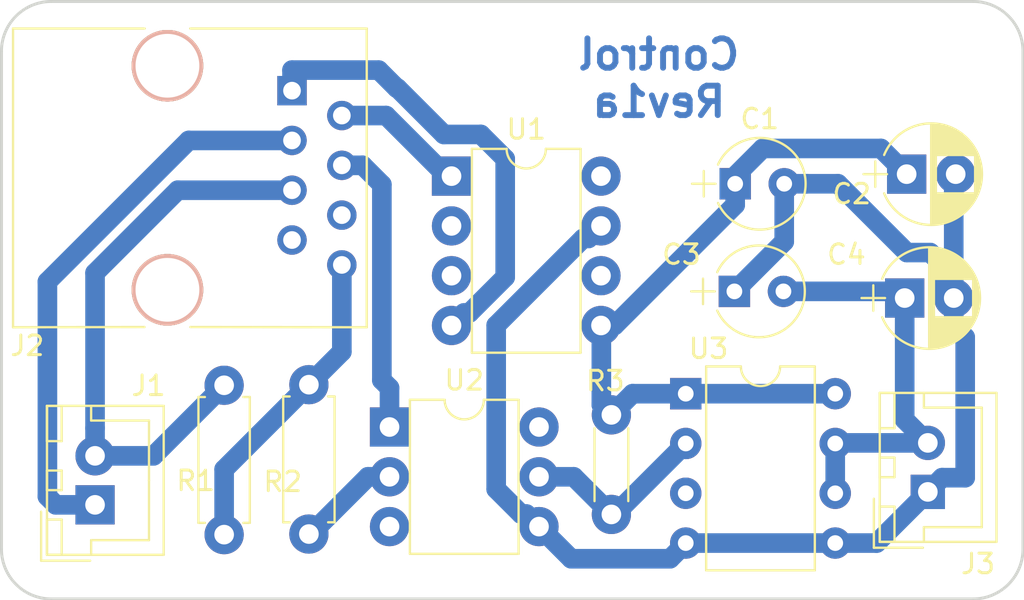
<source format=kicad_pcb>
(kicad_pcb (version 4) (host pcbnew 4.0.6)

  (general
    (links 28)
    (no_connects 0)
    (area 97.560001 76.04 163.485 116.385)
    (thickness 1.6)
    (drawings 11)
    (tracks 91)
    (zones 0)
    (modules 15)
    (nets 17)
  )

  (page A4)
  (layers
    (0 F.Cu signal hide)
    (31 B.Cu signal)
    (32 B.Adhes user hide)
    (33 F.Adhes user hide)
    (34 B.Paste user hide)
    (35 F.Paste user hide)
    (36 B.SilkS user hide)
    (37 F.SilkS user hide)
    (38 B.Mask user)
    (39 F.Mask user hide)
    (40 Dwgs.User user hide)
    (41 Cmts.User user hide)
    (42 Eco1.User user hide)
    (43 Eco2.User user hide)
    (44 Edge.Cuts user)
    (45 Margin user hide)
    (46 B.CrtYd user hide)
    (47 F.CrtYd user hide)
    (48 B.Fab user hide)
    (49 F.Fab user hide)
  )

  (setup
    (last_trace_width 1)
    (trace_clearance 0.4)
    (zone_clearance 0.35)
    (zone_45_only no)
    (trace_min 0.2)
    (segment_width 0.2)
    (edge_width 0.15)
    (via_size 1.5)
    (via_drill 0.8)
    (via_min_size 0.4)
    (via_min_drill 0.3)
    (uvia_size 0.3)
    (uvia_drill 0.1)
    (uvias_allowed no)
    (uvia_min_size 0.2)
    (uvia_min_drill 0.1)
    (pcb_text_width 0.3)
    (pcb_text_size 1.5 1.5)
    (mod_edge_width 0.15)
    (mod_text_size 1 1)
    (mod_text_width 0.15)
    (pad_size 4.2 4.2)
    (pad_drill 4.2)
    (pad_to_mask_clearance 0.2)
    (aux_axis_origin 109.22 116.84)
    (visible_elements 7FFEFFFF)
    (pcbplotparams
      (layerselection 0x01060_80000000)
      (usegerberextensions false)
      (excludeedgelayer true)
      (linewidth 0.100000)
      (plotframeref false)
      (viasonmask false)
      (mode 1)
      (useauxorigin true)
      (hpglpennumber 1)
      (hpglpenspeed 20)
      (hpglpendiameter 15)
      (hpglpenoverlay 2)
      (psnegative false)
      (psa4output false)
      (plotreference true)
      (plotvalue true)
      (plotinvisibletext false)
      (padsonsilk false)
      (subtractmaskfromsilk false)
      (outputformat 1)
      (mirror false)
      (drillshape 0)
      (scaleselection 1)
      (outputdirectory GRB/))
  )

  (net 0 "")
  (net 1 GND_ISO)
  (net 2 ARD_GND)
  (net 3 DC_IN)
  (net 4 DC_ISO)
  (net 5 ARD_5V)
  (net 6 ARD_TEMP)
  (net 7 ARD_PWM)
  (net 8 ARD_SRC_V)
  (net 9 "Net-(R2-Pad2)")
  (net 10 DC_GND)
  (net 11 "Net-(U2-Pad3)")
  (net 12 "Net-(U2-Pad6)")
  (net 13 DRV_GATE)
  (net 14 DRV_SIG)
  (net 15 "Net-(U3-Pad3)")
  (net 16 "Net-(J2-Pad7)")

  (net_class Default "This is the default net class."
    (clearance 0.4)
    (trace_width 1)
    (via_dia 1.5)
    (via_drill 0.8)
    (uvia_dia 0.3)
    (uvia_drill 0.1)
    (add_net ARD_5V)
    (add_net ARD_GND)
    (add_net ARD_PWM)
    (add_net ARD_SRC_V)
    (add_net ARD_TEMP)
    (add_net DC_GND)
    (add_net DC_IN)
    (add_net DC_ISO)
    (add_net DRV_GATE)
    (add_net DRV_SIG)
    (add_net GND_ISO)
    (add_net "Net-(J2-Pad7)")
    (add_net "Net-(R2-Pad2)")
    (add_net "Net-(U2-Pad3)")
    (add_net "Net-(U2-Pad6)")
    (add_net "Net-(U3-Pad3)")
  )

  (module Connectors_JST:JST_XH_B02B-XH-A_02x2.50mm_Straight (layer F.Cu) (tedit 59514246) (tstamp 594A6BE3)
    (at 157.71 110.11 90)
    (descr "JST XH series connector, B02B-XH-A, top entry type, through hole")
    (tags "connector jst xh tht top vertical 2.50mm")
    (path /594A5A11)
    (fp_text reference J3 (at -3.67 2.56 180) (layer F.SilkS)
      (effects (font (size 1 1) (thickness 0.15)))
    )
    (fp_text value CONN_01X02 (at 1.25 4.5 90) (layer F.Fab)
      (effects (font (size 1 1) (thickness 0.15)))
    )
    (fp_line (start -2.45 -2.35) (end -2.45 3.4) (layer F.Fab) (width 0.1))
    (fp_line (start -2.45 3.4) (end 4.95 3.4) (layer F.Fab) (width 0.1))
    (fp_line (start 4.95 3.4) (end 4.95 -2.35) (layer F.Fab) (width 0.1))
    (fp_line (start 4.95 -2.35) (end -2.45 -2.35) (layer F.Fab) (width 0.1))
    (fp_line (start -2.95 -2.85) (end -2.95 3.9) (layer F.CrtYd) (width 0.05))
    (fp_line (start -2.95 3.9) (end 5.45 3.9) (layer F.CrtYd) (width 0.05))
    (fp_line (start 5.45 3.9) (end 5.45 -2.85) (layer F.CrtYd) (width 0.05))
    (fp_line (start 5.45 -2.85) (end -2.95 -2.85) (layer F.CrtYd) (width 0.05))
    (fp_line (start -2.55 -2.45) (end -2.55 3.5) (layer F.SilkS) (width 0.12))
    (fp_line (start -2.55 3.5) (end 5.05 3.5) (layer F.SilkS) (width 0.12))
    (fp_line (start 5.05 3.5) (end 5.05 -2.45) (layer F.SilkS) (width 0.12))
    (fp_line (start 5.05 -2.45) (end -2.55 -2.45) (layer F.SilkS) (width 0.12))
    (fp_line (start 0.75 -2.45) (end 0.75 -1.7) (layer F.SilkS) (width 0.12))
    (fp_line (start 0.75 -1.7) (end 1.75 -1.7) (layer F.SilkS) (width 0.12))
    (fp_line (start 1.75 -1.7) (end 1.75 -2.45) (layer F.SilkS) (width 0.12))
    (fp_line (start 1.75 -2.45) (end 0.75 -2.45) (layer F.SilkS) (width 0.12))
    (fp_line (start -2.55 -2.45) (end -2.55 -1.7) (layer F.SilkS) (width 0.12))
    (fp_line (start -2.55 -1.7) (end -0.75 -1.7) (layer F.SilkS) (width 0.12))
    (fp_line (start -0.75 -1.7) (end -0.75 -2.45) (layer F.SilkS) (width 0.12))
    (fp_line (start -0.75 -2.45) (end -2.55 -2.45) (layer F.SilkS) (width 0.12))
    (fp_line (start 3.25 -2.45) (end 3.25 -1.7) (layer F.SilkS) (width 0.12))
    (fp_line (start 3.25 -1.7) (end 5.05 -1.7) (layer F.SilkS) (width 0.12))
    (fp_line (start 5.05 -1.7) (end 5.05 -2.45) (layer F.SilkS) (width 0.12))
    (fp_line (start 5.05 -2.45) (end 3.25 -2.45) (layer F.SilkS) (width 0.12))
    (fp_line (start -2.55 -0.2) (end -1.8 -0.2) (layer F.SilkS) (width 0.12))
    (fp_line (start -1.8 -0.2) (end -1.8 2.75) (layer F.SilkS) (width 0.12))
    (fp_line (start -1.8 2.75) (end 1.25 2.75) (layer F.SilkS) (width 0.12))
    (fp_line (start 5.05 -0.2) (end 4.3 -0.2) (layer F.SilkS) (width 0.12))
    (fp_line (start 4.3 -0.2) (end 4.3 2.75) (layer F.SilkS) (width 0.12))
    (fp_line (start 4.3 2.75) (end 1.25 2.75) (layer F.SilkS) (width 0.12))
    (fp_line (start -0.35 -2.75) (end -2.85 -2.75) (layer F.SilkS) (width 0.12))
    (fp_line (start -2.85 -2.75) (end -2.85 -0.25) (layer F.SilkS) (width 0.12))
    (fp_line (start -0.35 -2.75) (end -2.85 -2.75) (layer F.Fab) (width 0.1))
    (fp_line (start -2.85 -2.75) (end -2.85 -0.25) (layer F.Fab) (width 0.1))
    (fp_text user %R (at 1.25 2.5 90) (layer F.Fab)
      (effects (font (size 1 1) (thickness 0.15)))
    )
    (pad 1 thru_hole rect (at 0 0 90) (size 1.75 1.75) (drill 1) (layers *.Cu *.Mask)
      (net 1 GND_ISO))
    (pad 2 thru_hole circle (at 2.5 0 90) (size 1.75 1.75) (drill 1) (layers *.Cu *.Mask)
      (net 13 DRV_GATE))
    (model Connectors_JST.3dshapes/JST_XH_B02B-XH-A_02x2.50mm_Straight.wrl
      (at (xyz 0 0 0))
      (scale (xyz 1 1 1))
      (rotate (xyz 0 0 0))
    )
  )

  (module Housings_DIP:DIP-8_W7.62mm (layer F.Cu) (tedit 5946D525) (tstamp 593FC421)
    (at 133.43 94)
    (descr "8-lead dip package, row spacing 7.62 mm (300 mils)")
    (tags "DIL DIP PDIP 2.54mm 7.62mm 300mil")
    (path /592EC206)
    (fp_text reference U1 (at 3.81 -2.39) (layer F.SilkS)
      (effects (font (size 1 1) (thickness 0.15)))
    )
    (fp_text value NME1212DC (at 3.81 10.01) (layer F.Fab)
      (effects (font (size 1 1) (thickness 0.15)))
    )
    (fp_text user %R (at 3.81 3.81) (layer F.Fab)
      (effects (font (size 1 1) (thickness 0.15)))
    )
    (fp_line (start 1.635 -1.27) (end 6.985 -1.27) (layer F.Fab) (width 0.1))
    (fp_line (start 6.985 -1.27) (end 6.985 8.89) (layer F.Fab) (width 0.1))
    (fp_line (start 6.985 8.89) (end 0.635 8.89) (layer F.Fab) (width 0.1))
    (fp_line (start 0.635 8.89) (end 0.635 -0.27) (layer F.Fab) (width 0.1))
    (fp_line (start 0.635 -0.27) (end 1.635 -1.27) (layer F.Fab) (width 0.1))
    (fp_line (start 2.81 -1.39) (end 1.04 -1.39) (layer F.SilkS) (width 0.12))
    (fp_line (start 1.04 -1.39) (end 1.04 9.01) (layer F.SilkS) (width 0.12))
    (fp_line (start 1.04 9.01) (end 6.58 9.01) (layer F.SilkS) (width 0.12))
    (fp_line (start 6.58 9.01) (end 6.58 -1.39) (layer F.SilkS) (width 0.12))
    (fp_line (start 6.58 -1.39) (end 4.81 -1.39) (layer F.SilkS) (width 0.12))
    (fp_line (start -1.1 -1.6) (end -1.1 9.2) (layer F.CrtYd) (width 0.05))
    (fp_line (start -1.1 9.2) (end 8.7 9.2) (layer F.CrtYd) (width 0.05))
    (fp_line (start 8.7 9.2) (end 8.7 -1.6) (layer F.CrtYd) (width 0.05))
    (fp_line (start 8.7 -1.6) (end -1.1 -1.6) (layer F.CrtYd) (width 0.05))
    (fp_arc (start 3.81 -1.39) (end 2.81 -1.39) (angle -180) (layer F.SilkS) (width 0.12))
    (pad 1 thru_hole rect (at 0 0) (size 2 2) (drill 1) (layers *.Cu *.Mask)
      (net 10 DC_GND))
    (pad 5 thru_hole circle (at 7.62 7.62) (size 2 2) (drill 1) (layers *.Cu *.Mask)
      (net 4 DC_ISO))
    (pad 2 thru_hole circle (at 0 2.54) (size 2 2) (drill 1) (layers *.Cu *.Mask))
    (pad 6 thru_hole circle (at 7.62 5.08) (size 2 2) (drill 1) (layers *.Cu *.Mask))
    (pad 3 thru_hole circle (at 0 5.08) (size 2 2) (drill 1) (layers *.Cu *.Mask))
    (pad 7 thru_hole circle (at 7.62 2.54) (size 2 2) (drill 1) (layers *.Cu *.Mask)
      (net 1 GND_ISO))
    (pad 4 thru_hole circle (at 0 7.62) (size 2 2) (drill 1) (layers *.Cu *.Mask)
      (net 3 DC_IN))
    (pad 8 thru_hole circle (at 7.62 0) (size 2 2) (drill 1) (layers *.Cu *.Mask))
    (model ${KISYS3DMOD}/Housings_DIP.3dshapes/DIP-8_W7.62mm.wrl
      (at (xyz 0 0 0))
      (scale (xyz 1 1 1))
      (rotate (xyz 0 0 0))
    )
  )

  (module Resistors_THT:R_Axial_DIN0204_L3.6mm_D1.6mm_P5.08mm_Horizontal (layer F.Cu) (tedit 5946D707) (tstamp 593FC415)
    (at 141.58 106.18 270)
    (descr "Resistor, Axial_DIN0204 series, Axial, Horizontal, pin pitch=5.08mm, 0.16666666666666666W = 1/6W, length*diameter=3.6*1.6mm^2, http://cdn-reichelt.de/documents/datenblatt/B400/1_4W%23YAG.pdf")
    (tags "Resistor Axial_DIN0204 series Axial Horizontal pin pitch 5.08mm 0.16666666666666666W = 1/6W length 3.6mm diameter 1.6mm")
    (path /592ED01B)
    (fp_text reference R3 (at -1.73 0.31 360) (layer F.SilkS)
      (effects (font (size 1 1) (thickness 0.15)))
    )
    (fp_text value 1K5 (at 2.54 1.86 270) (layer F.Fab)
      (effects (font (size 1 1) (thickness 0.15)))
    )
    (fp_line (start 0.74 -0.8) (end 0.74 0.8) (layer F.Fab) (width 0.1))
    (fp_line (start 0.74 0.8) (end 4.34 0.8) (layer F.Fab) (width 0.1))
    (fp_line (start 4.34 0.8) (end 4.34 -0.8) (layer F.Fab) (width 0.1))
    (fp_line (start 4.34 -0.8) (end 0.74 -0.8) (layer F.Fab) (width 0.1))
    (fp_line (start 0 0) (end 0.74 0) (layer F.Fab) (width 0.1))
    (fp_line (start 5.08 0) (end 4.34 0) (layer F.Fab) (width 0.1))
    (fp_line (start 0.68 -0.86) (end 4.4 -0.86) (layer F.SilkS) (width 0.12))
    (fp_line (start 0.68 0.86) (end 4.4 0.86) (layer F.SilkS) (width 0.12))
    (fp_line (start -0.95 -1.15) (end -0.95 1.15) (layer F.CrtYd) (width 0.05))
    (fp_line (start -0.95 1.15) (end 6.05 1.15) (layer F.CrtYd) (width 0.05))
    (fp_line (start 6.05 1.15) (end 6.05 -1.15) (layer F.CrtYd) (width 0.05))
    (fp_line (start 6.05 -1.15) (end -0.95 -1.15) (layer F.CrtYd) (width 0.05))
    (pad 1 thru_hole circle (at 0 0 270) (size 2 2) (drill 1) (layers *.Cu *.Mask)
      (net 4 DC_ISO))
    (pad 2 thru_hole circle (at 5.08 0 270) (size 2 2) (drill 1) (layers *.Cu *.Mask)
      (net 14 DRV_SIG))
    (model Resistors_THT.3dshapes/R_Axial_DIN0204_L3.6mm_D1.6mm_P5.08mm_Horizontal.wrl
      (at (xyz 0 0 0))
      (scale (xyz 0.393701 0.393701 0.393701))
      (rotate (xyz 0 0 0))
    )
  )

  (module RJ45 (layer F.Cu) (tedit 59511D7C) (tstamp 595121BF)
    (at 125.3 89.64 270)
    (tags RJ45)
    (path /595274F5)
    (fp_text reference J2 (at 13.01 13.49 360) (layer F.SilkS)
      (effects (font (size 1 1) (thickness 0.15)))
    )
    (fp_text value RJ45 (at 4.59 6.25 270) (layer F.Fab)
      (effects (font (size 1 1) (thickness 0.15)))
    )
    (fp_line (start -3.17 14.22) (end 12.07 14.22) (layer F.SilkS) (width 0.12))
    (fp_line (start 12.07 -3.81) (end 12.06 5.18) (layer F.SilkS) (width 0.12))
    (fp_line (start 12.07 -3.81) (end -3.17 -3.81) (layer F.SilkS) (width 0.12))
    (fp_line (start -3.17 -3.81) (end -3.17 5.19) (layer F.SilkS) (width 0.12))
    (fp_line (start 12.06 7.52) (end 12.07 14.22) (layer F.SilkS) (width 0.12))
    (fp_line (start -3.17 7.51) (end -3.17 14.22) (layer F.SilkS) (width 0.12))
    (fp_line (start -3.56 -4.06) (end 12.46 -4.06) (layer F.CrtYd) (width 0.05))
    (fp_line (start -3.56 -4.06) (end -3.56 14.47) (layer F.CrtYd) (width 0.05))
    (fp_line (start 12.46 14.47) (end 12.46 -4.06) (layer F.CrtYd) (width 0.05))
    (fp_line (start 12.46 14.47) (end -3.56 14.47) (layer F.CrtYd) (width 0.05))
    (pad "" np_thru_hole circle (at 10.16 6.35 270) (size 3.65 3.65) (drill 3.25) (layers *.Cu *.SilkS *.Mask))
    (pad "" np_thru_hole circle (at -1.27 6.35 270) (size 3.65 3.65) (drill 3.25) (layers *.Cu *.SilkS *.Mask))
    (pad 1 thru_hole rect (at 0 0 270) (size 1.5 1.5) (drill 0.9) (layers *.Cu *.Mask)
      (net 3 DC_IN))
    (pad 2 thru_hole circle (at 1.27 -2.54 270) (size 1.5 1.5) (drill 0.9) (layers *.Cu *.Mask)
      (net 10 DC_GND))
    (pad 3 thru_hole circle (at 2.54 0 270) (size 1.5 1.5) (drill 0.9) (layers *.Cu *.Mask)
      (net 5 ARD_5V))
    (pad 4 thru_hole circle (at 3.81 -2.54 270) (size 1.5 1.5) (drill 0.9) (layers *.Cu *.Mask)
      (net 7 ARD_PWM))
    (pad 5 thru_hole circle (at 5.08 0 270) (size 1.5 1.5) (drill 0.9) (layers *.Cu *.Mask)
      (net 6 ARD_TEMP))
    (pad 6 thru_hole circle (at 6.35 -2.54 270) (size 1.5 1.5) (drill 0.9) (layers *.Cu *.Mask)
      (net 8 ARD_SRC_V))
    (pad 7 thru_hole circle (at 7.62 0 270) (size 1.5 1.5) (drill 0.9) (layers *.Cu *.Mask)
      (net 16 "Net-(J2-Pad7)"))
    (pad 8 thru_hole circle (at 8.89 -2.54 270) (size 1.5 1.5) (drill 0.9) (layers *.Cu *.Mask)
      (net 2 ARD_GND))
    (model ../../../../../../Development/multilevelinverter/Hardware/3D/RJ45.wrl
      (at (xyz 0.175 -0.667 0.3))
      (scale (xyz 10 10 10))
      (rotate (xyz 270 0 0))
    )
  )

  (module Resistors_THT:R_Axial_DIN0207_L6.3mm_D2.5mm_P7.62mm_Horizontal (layer F.Cu) (tedit 594A6A3B) (tstamp 593FC409)
    (at 121.84 104.67 270)
    (descr "Resistor, Axial_DIN0207 series, Axial, Horizontal, pin pitch=7.62mm, 0.25W = 1/4W, length*diameter=6.3*2.5mm^2, http://cdn-reichelt.de/documents/datenblatt/B400/1_4W%23YAG.pdf")
    (tags "Resistor Axial_DIN0207 series Axial Horizontal pin pitch 7.62mm 0.25W = 1/4W length 6.3mm diameter 2.5mm")
    (path /593FD687)
    (fp_text reference R1 (at 4.87 1.45 360) (layer F.SilkS)
      (effects (font (size 1 1) (thickness 0.15)))
    )
    (fp_text value 100 (at 3.81 2.31 270) (layer F.Fab)
      (effects (font (size 1 1) (thickness 0.15)))
    )
    (fp_line (start 0.66 -1.25) (end 0.66 1.25) (layer F.Fab) (width 0.1))
    (fp_line (start 0.66 1.25) (end 6.96 1.25) (layer F.Fab) (width 0.1))
    (fp_line (start 6.96 1.25) (end 6.96 -1.25) (layer F.Fab) (width 0.1))
    (fp_line (start 6.96 -1.25) (end 0.66 -1.25) (layer F.Fab) (width 0.1))
    (fp_line (start 0 0) (end 0.66 0) (layer F.Fab) (width 0.1))
    (fp_line (start 7.62 0) (end 6.96 0) (layer F.Fab) (width 0.1))
    (fp_line (start 0.6 -0.98) (end 0.6 -1.31) (layer F.SilkS) (width 0.12))
    (fp_line (start 0.6 -1.31) (end 7.02 -1.31) (layer F.SilkS) (width 0.12))
    (fp_line (start 7.02 -1.31) (end 7.02 -0.98) (layer F.SilkS) (width 0.12))
    (fp_line (start 0.6 0.98) (end 0.6 1.31) (layer F.SilkS) (width 0.12))
    (fp_line (start 0.6 1.31) (end 7.02 1.31) (layer F.SilkS) (width 0.12))
    (fp_line (start 7.02 1.31) (end 7.02 0.98) (layer F.SilkS) (width 0.12))
    (fp_line (start -1.05 -1.6) (end -1.05 1.6) (layer F.CrtYd) (width 0.05))
    (fp_line (start -1.05 1.6) (end 8.7 1.6) (layer F.CrtYd) (width 0.05))
    (fp_line (start 8.7 1.6) (end 8.7 -1.6) (layer F.CrtYd) (width 0.05))
    (fp_line (start 8.7 -1.6) (end -1.05 -1.6) (layer F.CrtYd) (width 0.05))
    (pad 1 thru_hole circle (at 0 0 270) (size 2 2) (drill 1) (layers *.Cu *.Mask)
      (net 6 ARD_TEMP))
    (pad 2 thru_hole circle (at 7.62 0 270) (size 2 2) (drill 1) (layers *.Cu *.Mask)
      (net 2 ARD_GND))
    (model Resistors_THT.3dshapes/R_Axial_DIN0207_L6.3mm_D2.5mm_P7.62mm_Horizontal.wrl
      (at (xyz 0 0 0))
      (scale (xyz 0.393701 0.393701 0.393701))
      (rotate (xyz 0 0 0))
    )
  )

  (module Capacitors_THT:CP_Radial_D5.0mm_P2.50mm (layer F.Cu) (tedit 5946E255) (tstamp 593FC3BE)
    (at 156.63 93.9)
    (descr "CP, Radial series, Radial, pin pitch=2.50mm, , diameter=5mm, Electrolytic Capacitor")
    (tags "CP Radial series Radial pin pitch 2.50mm  diameter 5mm Electrolytic Capacitor")
    (path /592ACBF5)
    (fp_text reference C2 (at -2.8 1.01) (layer F.SilkS)
      (effects (font (size 1 1) (thickness 0.15)))
    )
    (fp_text value 100nF (at 1.25 3.56) (layer F.Fab)
      (effects (font (size 1 1) (thickness 0.15)))
    )
    (fp_text user %R (at 0.775 0) (layer F.Fab)
      (effects (font (size 1 1) (thickness 0.15)))
    )
    (fp_line (start -2.2 0) (end -1 0) (layer F.Fab) (width 0.1))
    (fp_line (start -1.6 -0.65) (end -1.6 0.65) (layer F.Fab) (width 0.1))
    (fp_line (start 1.25 -2.55) (end 1.25 2.55) (layer F.SilkS) (width 0.12))
    (fp_line (start 1.29 -2.55) (end 1.29 2.55) (layer F.SilkS) (width 0.12))
    (fp_line (start 1.33 -2.549) (end 1.33 2.549) (layer F.SilkS) (width 0.12))
    (fp_line (start 1.37 -2.548) (end 1.37 2.548) (layer F.SilkS) (width 0.12))
    (fp_line (start 1.41 -2.546) (end 1.41 2.546) (layer F.SilkS) (width 0.12))
    (fp_line (start 1.45 -2.543) (end 1.45 2.543) (layer F.SilkS) (width 0.12))
    (fp_line (start 1.49 -2.539) (end 1.49 2.539) (layer F.SilkS) (width 0.12))
    (fp_line (start 1.53 -2.535) (end 1.53 -0.98) (layer F.SilkS) (width 0.12))
    (fp_line (start 1.53 0.98) (end 1.53 2.535) (layer F.SilkS) (width 0.12))
    (fp_line (start 1.57 -2.531) (end 1.57 -0.98) (layer F.SilkS) (width 0.12))
    (fp_line (start 1.57 0.98) (end 1.57 2.531) (layer F.SilkS) (width 0.12))
    (fp_line (start 1.61 -2.525) (end 1.61 -0.98) (layer F.SilkS) (width 0.12))
    (fp_line (start 1.61 0.98) (end 1.61 2.525) (layer F.SilkS) (width 0.12))
    (fp_line (start 1.65 -2.519) (end 1.65 -0.98) (layer F.SilkS) (width 0.12))
    (fp_line (start 1.65 0.98) (end 1.65 2.519) (layer F.SilkS) (width 0.12))
    (fp_line (start 1.69 -2.513) (end 1.69 -0.98) (layer F.SilkS) (width 0.12))
    (fp_line (start 1.69 0.98) (end 1.69 2.513) (layer F.SilkS) (width 0.12))
    (fp_line (start 1.73 -2.506) (end 1.73 -0.98) (layer F.SilkS) (width 0.12))
    (fp_line (start 1.73 0.98) (end 1.73 2.506) (layer F.SilkS) (width 0.12))
    (fp_line (start 1.77 -2.498) (end 1.77 -0.98) (layer F.SilkS) (width 0.12))
    (fp_line (start 1.77 0.98) (end 1.77 2.498) (layer F.SilkS) (width 0.12))
    (fp_line (start 1.81 -2.489) (end 1.81 -0.98) (layer F.SilkS) (width 0.12))
    (fp_line (start 1.81 0.98) (end 1.81 2.489) (layer F.SilkS) (width 0.12))
    (fp_line (start 1.85 -2.48) (end 1.85 -0.98) (layer F.SilkS) (width 0.12))
    (fp_line (start 1.85 0.98) (end 1.85 2.48) (layer F.SilkS) (width 0.12))
    (fp_line (start 1.89 -2.47) (end 1.89 -0.98) (layer F.SilkS) (width 0.12))
    (fp_line (start 1.89 0.98) (end 1.89 2.47) (layer F.SilkS) (width 0.12))
    (fp_line (start 1.93 -2.46) (end 1.93 -0.98) (layer F.SilkS) (width 0.12))
    (fp_line (start 1.93 0.98) (end 1.93 2.46) (layer F.SilkS) (width 0.12))
    (fp_line (start 1.971 -2.448) (end 1.971 -0.98) (layer F.SilkS) (width 0.12))
    (fp_line (start 1.971 0.98) (end 1.971 2.448) (layer F.SilkS) (width 0.12))
    (fp_line (start 2.011 -2.436) (end 2.011 -0.98) (layer F.SilkS) (width 0.12))
    (fp_line (start 2.011 0.98) (end 2.011 2.436) (layer F.SilkS) (width 0.12))
    (fp_line (start 2.051 -2.424) (end 2.051 -0.98) (layer F.SilkS) (width 0.12))
    (fp_line (start 2.051 0.98) (end 2.051 2.424) (layer F.SilkS) (width 0.12))
    (fp_line (start 2.091 -2.41) (end 2.091 -0.98) (layer F.SilkS) (width 0.12))
    (fp_line (start 2.091 0.98) (end 2.091 2.41) (layer F.SilkS) (width 0.12))
    (fp_line (start 2.131 -2.396) (end 2.131 -0.98) (layer F.SilkS) (width 0.12))
    (fp_line (start 2.131 0.98) (end 2.131 2.396) (layer F.SilkS) (width 0.12))
    (fp_line (start 2.171 -2.382) (end 2.171 -0.98) (layer F.SilkS) (width 0.12))
    (fp_line (start 2.171 0.98) (end 2.171 2.382) (layer F.SilkS) (width 0.12))
    (fp_line (start 2.211 -2.366) (end 2.211 -0.98) (layer F.SilkS) (width 0.12))
    (fp_line (start 2.211 0.98) (end 2.211 2.366) (layer F.SilkS) (width 0.12))
    (fp_line (start 2.251 -2.35) (end 2.251 -0.98) (layer F.SilkS) (width 0.12))
    (fp_line (start 2.251 0.98) (end 2.251 2.35) (layer F.SilkS) (width 0.12))
    (fp_line (start 2.291 -2.333) (end 2.291 -0.98) (layer F.SilkS) (width 0.12))
    (fp_line (start 2.291 0.98) (end 2.291 2.333) (layer F.SilkS) (width 0.12))
    (fp_line (start 2.331 -2.315) (end 2.331 -0.98) (layer F.SilkS) (width 0.12))
    (fp_line (start 2.331 0.98) (end 2.331 2.315) (layer F.SilkS) (width 0.12))
    (fp_line (start 2.371 -2.296) (end 2.371 -0.98) (layer F.SilkS) (width 0.12))
    (fp_line (start 2.371 0.98) (end 2.371 2.296) (layer F.SilkS) (width 0.12))
    (fp_line (start 2.411 -2.276) (end 2.411 -0.98) (layer F.SilkS) (width 0.12))
    (fp_line (start 2.411 0.98) (end 2.411 2.276) (layer F.SilkS) (width 0.12))
    (fp_line (start 2.451 -2.256) (end 2.451 -0.98) (layer F.SilkS) (width 0.12))
    (fp_line (start 2.451 0.98) (end 2.451 2.256) (layer F.SilkS) (width 0.12))
    (fp_line (start 2.491 -2.234) (end 2.491 -0.98) (layer F.SilkS) (width 0.12))
    (fp_line (start 2.491 0.98) (end 2.491 2.234) (layer F.SilkS) (width 0.12))
    (fp_line (start 2.531 -2.212) (end 2.531 -0.98) (layer F.SilkS) (width 0.12))
    (fp_line (start 2.531 0.98) (end 2.531 2.212) (layer F.SilkS) (width 0.12))
    (fp_line (start 2.571 -2.189) (end 2.571 -0.98) (layer F.SilkS) (width 0.12))
    (fp_line (start 2.571 0.98) (end 2.571 2.189) (layer F.SilkS) (width 0.12))
    (fp_line (start 2.611 -2.165) (end 2.611 -0.98) (layer F.SilkS) (width 0.12))
    (fp_line (start 2.611 0.98) (end 2.611 2.165) (layer F.SilkS) (width 0.12))
    (fp_line (start 2.651 -2.14) (end 2.651 -0.98) (layer F.SilkS) (width 0.12))
    (fp_line (start 2.651 0.98) (end 2.651 2.14) (layer F.SilkS) (width 0.12))
    (fp_line (start 2.691 -2.113) (end 2.691 -0.98) (layer F.SilkS) (width 0.12))
    (fp_line (start 2.691 0.98) (end 2.691 2.113) (layer F.SilkS) (width 0.12))
    (fp_line (start 2.731 -2.086) (end 2.731 -0.98) (layer F.SilkS) (width 0.12))
    (fp_line (start 2.731 0.98) (end 2.731 2.086) (layer F.SilkS) (width 0.12))
    (fp_line (start 2.771 -2.058) (end 2.771 -0.98) (layer F.SilkS) (width 0.12))
    (fp_line (start 2.771 0.98) (end 2.771 2.058) (layer F.SilkS) (width 0.12))
    (fp_line (start 2.811 -2.028) (end 2.811 -0.98) (layer F.SilkS) (width 0.12))
    (fp_line (start 2.811 0.98) (end 2.811 2.028) (layer F.SilkS) (width 0.12))
    (fp_line (start 2.851 -1.997) (end 2.851 -0.98) (layer F.SilkS) (width 0.12))
    (fp_line (start 2.851 0.98) (end 2.851 1.997) (layer F.SilkS) (width 0.12))
    (fp_line (start 2.891 -1.965) (end 2.891 -0.98) (layer F.SilkS) (width 0.12))
    (fp_line (start 2.891 0.98) (end 2.891 1.965) (layer F.SilkS) (width 0.12))
    (fp_line (start 2.931 -1.932) (end 2.931 -0.98) (layer F.SilkS) (width 0.12))
    (fp_line (start 2.931 0.98) (end 2.931 1.932) (layer F.SilkS) (width 0.12))
    (fp_line (start 2.971 -1.897) (end 2.971 -0.98) (layer F.SilkS) (width 0.12))
    (fp_line (start 2.971 0.98) (end 2.971 1.897) (layer F.SilkS) (width 0.12))
    (fp_line (start 3.011 -1.861) (end 3.011 -0.98) (layer F.SilkS) (width 0.12))
    (fp_line (start 3.011 0.98) (end 3.011 1.861) (layer F.SilkS) (width 0.12))
    (fp_line (start 3.051 -1.823) (end 3.051 -0.98) (layer F.SilkS) (width 0.12))
    (fp_line (start 3.051 0.98) (end 3.051 1.823) (layer F.SilkS) (width 0.12))
    (fp_line (start 3.091 -1.783) (end 3.091 -0.98) (layer F.SilkS) (width 0.12))
    (fp_line (start 3.091 0.98) (end 3.091 1.783) (layer F.SilkS) (width 0.12))
    (fp_line (start 3.131 -1.742) (end 3.131 -0.98) (layer F.SilkS) (width 0.12))
    (fp_line (start 3.131 0.98) (end 3.131 1.742) (layer F.SilkS) (width 0.12))
    (fp_line (start 3.171 -1.699) (end 3.171 -0.98) (layer F.SilkS) (width 0.12))
    (fp_line (start 3.171 0.98) (end 3.171 1.699) (layer F.SilkS) (width 0.12))
    (fp_line (start 3.211 -1.654) (end 3.211 -0.98) (layer F.SilkS) (width 0.12))
    (fp_line (start 3.211 0.98) (end 3.211 1.654) (layer F.SilkS) (width 0.12))
    (fp_line (start 3.251 -1.606) (end 3.251 -0.98) (layer F.SilkS) (width 0.12))
    (fp_line (start 3.251 0.98) (end 3.251 1.606) (layer F.SilkS) (width 0.12))
    (fp_line (start 3.291 -1.556) (end 3.291 -0.98) (layer F.SilkS) (width 0.12))
    (fp_line (start 3.291 0.98) (end 3.291 1.556) (layer F.SilkS) (width 0.12))
    (fp_line (start 3.331 -1.504) (end 3.331 -0.98) (layer F.SilkS) (width 0.12))
    (fp_line (start 3.331 0.98) (end 3.331 1.504) (layer F.SilkS) (width 0.12))
    (fp_line (start 3.371 -1.448) (end 3.371 -0.98) (layer F.SilkS) (width 0.12))
    (fp_line (start 3.371 0.98) (end 3.371 1.448) (layer F.SilkS) (width 0.12))
    (fp_line (start 3.411 -1.39) (end 3.411 -0.98) (layer F.SilkS) (width 0.12))
    (fp_line (start 3.411 0.98) (end 3.411 1.39) (layer F.SilkS) (width 0.12))
    (fp_line (start 3.451 -1.327) (end 3.451 -0.98) (layer F.SilkS) (width 0.12))
    (fp_line (start 3.451 0.98) (end 3.451 1.327) (layer F.SilkS) (width 0.12))
    (fp_line (start 3.491 -1.261) (end 3.491 1.261) (layer F.SilkS) (width 0.12))
    (fp_line (start 3.531 -1.189) (end 3.531 1.189) (layer F.SilkS) (width 0.12))
    (fp_line (start 3.571 -1.112) (end 3.571 1.112) (layer F.SilkS) (width 0.12))
    (fp_line (start 3.611 -1.028) (end 3.611 1.028) (layer F.SilkS) (width 0.12))
    (fp_line (start 3.651 -0.934) (end 3.651 0.934) (layer F.SilkS) (width 0.12))
    (fp_line (start 3.691 -0.829) (end 3.691 0.829) (layer F.SilkS) (width 0.12))
    (fp_line (start 3.731 -0.707) (end 3.731 0.707) (layer F.SilkS) (width 0.12))
    (fp_line (start 3.771 -0.559) (end 3.771 0.559) (layer F.SilkS) (width 0.12))
    (fp_line (start 3.811 -0.354) (end 3.811 0.354) (layer F.SilkS) (width 0.12))
    (fp_line (start -2.2 0) (end -1 0) (layer F.SilkS) (width 0.12))
    (fp_line (start -1.6 -0.65) (end -1.6 0.65) (layer F.SilkS) (width 0.12))
    (fp_line (start -1.6 -2.85) (end -1.6 2.85) (layer F.CrtYd) (width 0.05))
    (fp_line (start -1.6 2.85) (end 4.1 2.85) (layer F.CrtYd) (width 0.05))
    (fp_line (start 4.1 2.85) (end 4.1 -2.85) (layer F.CrtYd) (width 0.05))
    (fp_line (start 4.1 -2.85) (end -1.6 -2.85) (layer F.CrtYd) (width 0.05))
    (fp_circle (center 1.25 0) (end 3.75 0) (layer F.Fab) (width 0.1))
    (fp_arc (start 1.25 0) (end -1.147436 -0.98) (angle 135.5) (layer F.SilkS) (width 0.12))
    (fp_arc (start 1.25 0) (end -1.147436 0.98) (angle -135.5) (layer F.SilkS) (width 0.12))
    (fp_arc (start 1.25 0) (end 3.647436 -0.98) (angle 44.5) (layer F.SilkS) (width 0.12))
    (pad 1 thru_hole rect (at 0 0) (size 2 2) (drill 1) (layers *.Cu *.Mask)
      (net 4 DC_ISO))
    (pad 2 thru_hole circle (at 2.5 0) (size 2 2) (drill 1) (layers *.Cu *.Mask)
      (net 1 GND_ISO))
    (model ${KISYS3DMOD}/Capacitors_THT.3dshapes/CP_Radial_D5.0mm_P2.50mm.wrl
      (at (xyz 0 0 0))
      (scale (xyz 0.393701 0.393701 0.393701))
      (rotate (xyz 0 0 0))
    )
  )

  (module Capacitors_THT:CP_Radial_D5.0mm_P2.50mm (layer F.Cu) (tedit 594A6A0F) (tstamp 593FC3CA)
    (at 156.53 100.22)
    (descr "CP, Radial series, Radial, pin pitch=2.50mm, , diameter=5mm, Electrolytic Capacitor")
    (tags "CP Radial series Radial pin pitch 2.50mm  diameter 5mm Electrolytic Capacitor")
    (path /592ED18A)
    (fp_text reference C4 (at -2.97 -2.22) (layer F.SilkS)
      (effects (font (size 1 1) (thickness 0.15)))
    )
    (fp_text value 4.7uF (at 1.25 3.56) (layer F.Fab)
      (effects (font (size 1 1) (thickness 0.15)))
    )
    (fp_text user %R (at 0.775 0) (layer F.Fab)
      (effects (font (size 1 1) (thickness 0.15)))
    )
    (fp_line (start -2.2 0) (end -1 0) (layer F.Fab) (width 0.1))
    (fp_line (start -1.6 -0.65) (end -1.6 0.65) (layer F.Fab) (width 0.1))
    (fp_line (start 1.25 -2.55) (end 1.25 2.55) (layer F.SilkS) (width 0.12))
    (fp_line (start 1.29 -2.55) (end 1.29 2.55) (layer F.SilkS) (width 0.12))
    (fp_line (start 1.33 -2.549) (end 1.33 2.549) (layer F.SilkS) (width 0.12))
    (fp_line (start 1.37 -2.548) (end 1.37 2.548) (layer F.SilkS) (width 0.12))
    (fp_line (start 1.41 -2.546) (end 1.41 2.546) (layer F.SilkS) (width 0.12))
    (fp_line (start 1.45 -2.543) (end 1.45 2.543) (layer F.SilkS) (width 0.12))
    (fp_line (start 1.49 -2.539) (end 1.49 2.539) (layer F.SilkS) (width 0.12))
    (fp_line (start 1.53 -2.535) (end 1.53 -0.98) (layer F.SilkS) (width 0.12))
    (fp_line (start 1.53 0.98) (end 1.53 2.535) (layer F.SilkS) (width 0.12))
    (fp_line (start 1.57 -2.531) (end 1.57 -0.98) (layer F.SilkS) (width 0.12))
    (fp_line (start 1.57 0.98) (end 1.57 2.531) (layer F.SilkS) (width 0.12))
    (fp_line (start 1.61 -2.525) (end 1.61 -0.98) (layer F.SilkS) (width 0.12))
    (fp_line (start 1.61 0.98) (end 1.61 2.525) (layer F.SilkS) (width 0.12))
    (fp_line (start 1.65 -2.519) (end 1.65 -0.98) (layer F.SilkS) (width 0.12))
    (fp_line (start 1.65 0.98) (end 1.65 2.519) (layer F.SilkS) (width 0.12))
    (fp_line (start 1.69 -2.513) (end 1.69 -0.98) (layer F.SilkS) (width 0.12))
    (fp_line (start 1.69 0.98) (end 1.69 2.513) (layer F.SilkS) (width 0.12))
    (fp_line (start 1.73 -2.506) (end 1.73 -0.98) (layer F.SilkS) (width 0.12))
    (fp_line (start 1.73 0.98) (end 1.73 2.506) (layer F.SilkS) (width 0.12))
    (fp_line (start 1.77 -2.498) (end 1.77 -0.98) (layer F.SilkS) (width 0.12))
    (fp_line (start 1.77 0.98) (end 1.77 2.498) (layer F.SilkS) (width 0.12))
    (fp_line (start 1.81 -2.489) (end 1.81 -0.98) (layer F.SilkS) (width 0.12))
    (fp_line (start 1.81 0.98) (end 1.81 2.489) (layer F.SilkS) (width 0.12))
    (fp_line (start 1.85 -2.48) (end 1.85 -0.98) (layer F.SilkS) (width 0.12))
    (fp_line (start 1.85 0.98) (end 1.85 2.48) (layer F.SilkS) (width 0.12))
    (fp_line (start 1.89 -2.47) (end 1.89 -0.98) (layer F.SilkS) (width 0.12))
    (fp_line (start 1.89 0.98) (end 1.89 2.47) (layer F.SilkS) (width 0.12))
    (fp_line (start 1.93 -2.46) (end 1.93 -0.98) (layer F.SilkS) (width 0.12))
    (fp_line (start 1.93 0.98) (end 1.93 2.46) (layer F.SilkS) (width 0.12))
    (fp_line (start 1.971 -2.448) (end 1.971 -0.98) (layer F.SilkS) (width 0.12))
    (fp_line (start 1.971 0.98) (end 1.971 2.448) (layer F.SilkS) (width 0.12))
    (fp_line (start 2.011 -2.436) (end 2.011 -0.98) (layer F.SilkS) (width 0.12))
    (fp_line (start 2.011 0.98) (end 2.011 2.436) (layer F.SilkS) (width 0.12))
    (fp_line (start 2.051 -2.424) (end 2.051 -0.98) (layer F.SilkS) (width 0.12))
    (fp_line (start 2.051 0.98) (end 2.051 2.424) (layer F.SilkS) (width 0.12))
    (fp_line (start 2.091 -2.41) (end 2.091 -0.98) (layer F.SilkS) (width 0.12))
    (fp_line (start 2.091 0.98) (end 2.091 2.41) (layer F.SilkS) (width 0.12))
    (fp_line (start 2.131 -2.396) (end 2.131 -0.98) (layer F.SilkS) (width 0.12))
    (fp_line (start 2.131 0.98) (end 2.131 2.396) (layer F.SilkS) (width 0.12))
    (fp_line (start 2.171 -2.382) (end 2.171 -0.98) (layer F.SilkS) (width 0.12))
    (fp_line (start 2.171 0.98) (end 2.171 2.382) (layer F.SilkS) (width 0.12))
    (fp_line (start 2.211 -2.366) (end 2.211 -0.98) (layer F.SilkS) (width 0.12))
    (fp_line (start 2.211 0.98) (end 2.211 2.366) (layer F.SilkS) (width 0.12))
    (fp_line (start 2.251 -2.35) (end 2.251 -0.98) (layer F.SilkS) (width 0.12))
    (fp_line (start 2.251 0.98) (end 2.251 2.35) (layer F.SilkS) (width 0.12))
    (fp_line (start 2.291 -2.333) (end 2.291 -0.98) (layer F.SilkS) (width 0.12))
    (fp_line (start 2.291 0.98) (end 2.291 2.333) (layer F.SilkS) (width 0.12))
    (fp_line (start 2.331 -2.315) (end 2.331 -0.98) (layer F.SilkS) (width 0.12))
    (fp_line (start 2.331 0.98) (end 2.331 2.315) (layer F.SilkS) (width 0.12))
    (fp_line (start 2.371 -2.296) (end 2.371 -0.98) (layer F.SilkS) (width 0.12))
    (fp_line (start 2.371 0.98) (end 2.371 2.296) (layer F.SilkS) (width 0.12))
    (fp_line (start 2.411 -2.276) (end 2.411 -0.98) (layer F.SilkS) (width 0.12))
    (fp_line (start 2.411 0.98) (end 2.411 2.276) (layer F.SilkS) (width 0.12))
    (fp_line (start 2.451 -2.256) (end 2.451 -0.98) (layer F.SilkS) (width 0.12))
    (fp_line (start 2.451 0.98) (end 2.451 2.256) (layer F.SilkS) (width 0.12))
    (fp_line (start 2.491 -2.234) (end 2.491 -0.98) (layer F.SilkS) (width 0.12))
    (fp_line (start 2.491 0.98) (end 2.491 2.234) (layer F.SilkS) (width 0.12))
    (fp_line (start 2.531 -2.212) (end 2.531 -0.98) (layer F.SilkS) (width 0.12))
    (fp_line (start 2.531 0.98) (end 2.531 2.212) (layer F.SilkS) (width 0.12))
    (fp_line (start 2.571 -2.189) (end 2.571 -0.98) (layer F.SilkS) (width 0.12))
    (fp_line (start 2.571 0.98) (end 2.571 2.189) (layer F.SilkS) (width 0.12))
    (fp_line (start 2.611 -2.165) (end 2.611 -0.98) (layer F.SilkS) (width 0.12))
    (fp_line (start 2.611 0.98) (end 2.611 2.165) (layer F.SilkS) (width 0.12))
    (fp_line (start 2.651 -2.14) (end 2.651 -0.98) (layer F.SilkS) (width 0.12))
    (fp_line (start 2.651 0.98) (end 2.651 2.14) (layer F.SilkS) (width 0.12))
    (fp_line (start 2.691 -2.113) (end 2.691 -0.98) (layer F.SilkS) (width 0.12))
    (fp_line (start 2.691 0.98) (end 2.691 2.113) (layer F.SilkS) (width 0.12))
    (fp_line (start 2.731 -2.086) (end 2.731 -0.98) (layer F.SilkS) (width 0.12))
    (fp_line (start 2.731 0.98) (end 2.731 2.086) (layer F.SilkS) (width 0.12))
    (fp_line (start 2.771 -2.058) (end 2.771 -0.98) (layer F.SilkS) (width 0.12))
    (fp_line (start 2.771 0.98) (end 2.771 2.058) (layer F.SilkS) (width 0.12))
    (fp_line (start 2.811 -2.028) (end 2.811 -0.98) (layer F.SilkS) (width 0.12))
    (fp_line (start 2.811 0.98) (end 2.811 2.028) (layer F.SilkS) (width 0.12))
    (fp_line (start 2.851 -1.997) (end 2.851 -0.98) (layer F.SilkS) (width 0.12))
    (fp_line (start 2.851 0.98) (end 2.851 1.997) (layer F.SilkS) (width 0.12))
    (fp_line (start 2.891 -1.965) (end 2.891 -0.98) (layer F.SilkS) (width 0.12))
    (fp_line (start 2.891 0.98) (end 2.891 1.965) (layer F.SilkS) (width 0.12))
    (fp_line (start 2.931 -1.932) (end 2.931 -0.98) (layer F.SilkS) (width 0.12))
    (fp_line (start 2.931 0.98) (end 2.931 1.932) (layer F.SilkS) (width 0.12))
    (fp_line (start 2.971 -1.897) (end 2.971 -0.98) (layer F.SilkS) (width 0.12))
    (fp_line (start 2.971 0.98) (end 2.971 1.897) (layer F.SilkS) (width 0.12))
    (fp_line (start 3.011 -1.861) (end 3.011 -0.98) (layer F.SilkS) (width 0.12))
    (fp_line (start 3.011 0.98) (end 3.011 1.861) (layer F.SilkS) (width 0.12))
    (fp_line (start 3.051 -1.823) (end 3.051 -0.98) (layer F.SilkS) (width 0.12))
    (fp_line (start 3.051 0.98) (end 3.051 1.823) (layer F.SilkS) (width 0.12))
    (fp_line (start 3.091 -1.783) (end 3.091 -0.98) (layer F.SilkS) (width 0.12))
    (fp_line (start 3.091 0.98) (end 3.091 1.783) (layer F.SilkS) (width 0.12))
    (fp_line (start 3.131 -1.742) (end 3.131 -0.98) (layer F.SilkS) (width 0.12))
    (fp_line (start 3.131 0.98) (end 3.131 1.742) (layer F.SilkS) (width 0.12))
    (fp_line (start 3.171 -1.699) (end 3.171 -0.98) (layer F.SilkS) (width 0.12))
    (fp_line (start 3.171 0.98) (end 3.171 1.699) (layer F.SilkS) (width 0.12))
    (fp_line (start 3.211 -1.654) (end 3.211 -0.98) (layer F.SilkS) (width 0.12))
    (fp_line (start 3.211 0.98) (end 3.211 1.654) (layer F.SilkS) (width 0.12))
    (fp_line (start 3.251 -1.606) (end 3.251 -0.98) (layer F.SilkS) (width 0.12))
    (fp_line (start 3.251 0.98) (end 3.251 1.606) (layer F.SilkS) (width 0.12))
    (fp_line (start 3.291 -1.556) (end 3.291 -0.98) (layer F.SilkS) (width 0.12))
    (fp_line (start 3.291 0.98) (end 3.291 1.556) (layer F.SilkS) (width 0.12))
    (fp_line (start 3.331 -1.504) (end 3.331 -0.98) (layer F.SilkS) (width 0.12))
    (fp_line (start 3.331 0.98) (end 3.331 1.504) (layer F.SilkS) (width 0.12))
    (fp_line (start 3.371 -1.448) (end 3.371 -0.98) (layer F.SilkS) (width 0.12))
    (fp_line (start 3.371 0.98) (end 3.371 1.448) (layer F.SilkS) (width 0.12))
    (fp_line (start 3.411 -1.39) (end 3.411 -0.98) (layer F.SilkS) (width 0.12))
    (fp_line (start 3.411 0.98) (end 3.411 1.39) (layer F.SilkS) (width 0.12))
    (fp_line (start 3.451 -1.327) (end 3.451 -0.98) (layer F.SilkS) (width 0.12))
    (fp_line (start 3.451 0.98) (end 3.451 1.327) (layer F.SilkS) (width 0.12))
    (fp_line (start 3.491 -1.261) (end 3.491 1.261) (layer F.SilkS) (width 0.12))
    (fp_line (start 3.531 -1.189) (end 3.531 1.189) (layer F.SilkS) (width 0.12))
    (fp_line (start 3.571 -1.112) (end 3.571 1.112) (layer F.SilkS) (width 0.12))
    (fp_line (start 3.611 -1.028) (end 3.611 1.028) (layer F.SilkS) (width 0.12))
    (fp_line (start 3.651 -0.934) (end 3.651 0.934) (layer F.SilkS) (width 0.12))
    (fp_line (start 3.691 -0.829) (end 3.691 0.829) (layer F.SilkS) (width 0.12))
    (fp_line (start 3.731 -0.707) (end 3.731 0.707) (layer F.SilkS) (width 0.12))
    (fp_line (start 3.771 -0.559) (end 3.771 0.559) (layer F.SilkS) (width 0.12))
    (fp_line (start 3.811 -0.354) (end 3.811 0.354) (layer F.SilkS) (width 0.12))
    (fp_line (start -2.2 0) (end -1 0) (layer F.SilkS) (width 0.12))
    (fp_line (start -1.6 -0.65) (end -1.6 0.65) (layer F.SilkS) (width 0.12))
    (fp_line (start -1.6 -2.85) (end -1.6 2.85) (layer F.CrtYd) (width 0.05))
    (fp_line (start -1.6 2.85) (end 4.1 2.85) (layer F.CrtYd) (width 0.05))
    (fp_line (start 4.1 2.85) (end 4.1 -2.85) (layer F.CrtYd) (width 0.05))
    (fp_line (start 4.1 -2.85) (end -1.6 -2.85) (layer F.CrtYd) (width 0.05))
    (fp_circle (center 1.25 0) (end 3.75 0) (layer F.Fab) (width 0.1))
    (fp_arc (start 1.25 0) (end -1.147436 -0.98) (angle 135.5) (layer F.SilkS) (width 0.12))
    (fp_arc (start 1.25 0) (end -1.147436 0.98) (angle -135.5) (layer F.SilkS) (width 0.12))
    (fp_arc (start 1.25 0) (end 3.647436 -0.98) (angle 44.5) (layer F.SilkS) (width 0.12))
    (pad 1 thru_hole rect (at 0 0) (size 2 2) (drill 1) (layers *.Cu *.Mask)
      (net 13 DRV_GATE))
    (pad 2 thru_hole circle (at 2.5 0) (size 2 2) (drill 1) (layers *.Cu *.Mask)
      (net 1 GND_ISO))
    (model ${KISYS3DMOD}/Capacitors_THT.3dshapes/CP_Radial_D5.0mm_P2.50mm.wrl
      (at (xyz 0 0 0))
      (scale (xyz 0.393701 0.393701 0.393701))
      (rotate (xyz 0 0 0))
    )
  )

  (module Resistors_THT:R_Axial_DIN0207_L6.3mm_D2.5mm_P7.62mm_Horizontal (layer F.Cu) (tedit 594A6A36) (tstamp 593FC40F)
    (at 126.16 104.64 270)
    (descr "Resistor, Axial_DIN0207 series, Axial, Horizontal, pin pitch=7.62mm, 0.25W = 1/4W, length*diameter=6.3*2.5mm^2, http://cdn-reichelt.de/documents/datenblatt/B400/1_4W%23YAG.pdf")
    (tags "Resistor Axial_DIN0207 series Axial Horizontal pin pitch 7.62mm 0.25W = 1/4W length 6.3mm diameter 2.5mm")
    (path /592BF392)
    (fp_text reference R2 (at 4.95 1.33 360) (layer F.SilkS)
      (effects (font (size 1 1) (thickness 0.15)))
    )
    (fp_text value 180 (at 3.81 2.31 270) (layer F.Fab)
      (effects (font (size 1 1) (thickness 0.15)))
    )
    (fp_line (start 0.66 -1.25) (end 0.66 1.25) (layer F.Fab) (width 0.1))
    (fp_line (start 0.66 1.25) (end 6.96 1.25) (layer F.Fab) (width 0.1))
    (fp_line (start 6.96 1.25) (end 6.96 -1.25) (layer F.Fab) (width 0.1))
    (fp_line (start 6.96 -1.25) (end 0.66 -1.25) (layer F.Fab) (width 0.1))
    (fp_line (start 0 0) (end 0.66 0) (layer F.Fab) (width 0.1))
    (fp_line (start 7.62 0) (end 6.96 0) (layer F.Fab) (width 0.1))
    (fp_line (start 0.6 -0.98) (end 0.6 -1.31) (layer F.SilkS) (width 0.12))
    (fp_line (start 0.6 -1.31) (end 7.02 -1.31) (layer F.SilkS) (width 0.12))
    (fp_line (start 7.02 -1.31) (end 7.02 -0.98) (layer F.SilkS) (width 0.12))
    (fp_line (start 0.6 0.98) (end 0.6 1.31) (layer F.SilkS) (width 0.12))
    (fp_line (start 0.6 1.31) (end 7.02 1.31) (layer F.SilkS) (width 0.12))
    (fp_line (start 7.02 1.31) (end 7.02 0.98) (layer F.SilkS) (width 0.12))
    (fp_line (start -1.05 -1.6) (end -1.05 1.6) (layer F.CrtYd) (width 0.05))
    (fp_line (start -1.05 1.6) (end 8.7 1.6) (layer F.CrtYd) (width 0.05))
    (fp_line (start 8.7 1.6) (end 8.7 -1.6) (layer F.CrtYd) (width 0.05))
    (fp_line (start 8.7 -1.6) (end -1.05 -1.6) (layer F.CrtYd) (width 0.05))
    (pad 1 thru_hole circle (at 0 0 270) (size 2 2) (drill 1) (layers *.Cu *.Mask)
      (net 2 ARD_GND))
    (pad 2 thru_hole circle (at 7.62 0 270) (size 2 2) (drill 1) (layers *.Cu *.Mask)
      (net 9 "Net-(R2-Pad2)"))
    (model Resistors_THT.3dshapes/R_Axial_DIN0207_L6.3mm_D2.5mm_P7.62mm_Horizontal.wrl
      (at (xyz 0 0 0))
      (scale (xyz 0.393701 0.393701 0.393701))
      (rotate (xyz 0 0 0))
    )
  )

  (module Connectors_JST:JST_XH_B02B-XH-A_02x2.50mm_Straight (layer F.Cu) (tedit 5946D62A) (tstamp 593FC3E3)
    (at 115.26 110.77 90)
    (descr "JST XH series connector, B02B-XH-A, top entry type, through hole")
    (tags "connector jst xh tht top vertical 2.50mm")
    (path /593FD4A9)
    (fp_text reference J1 (at 6.08 2.73 180) (layer F.SilkS)
      (effects (font (size 1 1) (thickness 0.15)))
    )
    (fp_text value CONN_01X02 (at 1.25 4.5 90) (layer F.Fab)
      (effects (font (size 1 1) (thickness 0.15)))
    )
    (fp_line (start -2.45 -2.35) (end -2.45 3.4) (layer F.Fab) (width 0.1))
    (fp_line (start -2.45 3.4) (end 4.95 3.4) (layer F.Fab) (width 0.1))
    (fp_line (start 4.95 3.4) (end 4.95 -2.35) (layer F.Fab) (width 0.1))
    (fp_line (start 4.95 -2.35) (end -2.45 -2.35) (layer F.Fab) (width 0.1))
    (fp_line (start -2.95 -2.85) (end -2.95 3.9) (layer F.CrtYd) (width 0.05))
    (fp_line (start -2.95 3.9) (end 5.45 3.9) (layer F.CrtYd) (width 0.05))
    (fp_line (start 5.45 3.9) (end 5.45 -2.85) (layer F.CrtYd) (width 0.05))
    (fp_line (start 5.45 -2.85) (end -2.95 -2.85) (layer F.CrtYd) (width 0.05))
    (fp_line (start -2.55 -2.45) (end -2.55 3.5) (layer F.SilkS) (width 0.12))
    (fp_line (start -2.55 3.5) (end 5.05 3.5) (layer F.SilkS) (width 0.12))
    (fp_line (start 5.05 3.5) (end 5.05 -2.45) (layer F.SilkS) (width 0.12))
    (fp_line (start 5.05 -2.45) (end -2.55 -2.45) (layer F.SilkS) (width 0.12))
    (fp_line (start 0.75 -2.45) (end 0.75 -1.7) (layer F.SilkS) (width 0.12))
    (fp_line (start 0.75 -1.7) (end 1.75 -1.7) (layer F.SilkS) (width 0.12))
    (fp_line (start 1.75 -1.7) (end 1.75 -2.45) (layer F.SilkS) (width 0.12))
    (fp_line (start 1.75 -2.45) (end 0.75 -2.45) (layer F.SilkS) (width 0.12))
    (fp_line (start -2.55 -2.45) (end -2.55 -1.7) (layer F.SilkS) (width 0.12))
    (fp_line (start -2.55 -1.7) (end -0.75 -1.7) (layer F.SilkS) (width 0.12))
    (fp_line (start -0.75 -1.7) (end -0.75 -2.45) (layer F.SilkS) (width 0.12))
    (fp_line (start -0.75 -2.45) (end -2.55 -2.45) (layer F.SilkS) (width 0.12))
    (fp_line (start 3.25 -2.45) (end 3.25 -1.7) (layer F.SilkS) (width 0.12))
    (fp_line (start 3.25 -1.7) (end 5.05 -1.7) (layer F.SilkS) (width 0.12))
    (fp_line (start 5.05 -1.7) (end 5.05 -2.45) (layer F.SilkS) (width 0.12))
    (fp_line (start 5.05 -2.45) (end 3.25 -2.45) (layer F.SilkS) (width 0.12))
    (fp_line (start -2.55 -0.2) (end -1.8 -0.2) (layer F.SilkS) (width 0.12))
    (fp_line (start -1.8 -0.2) (end -1.8 2.75) (layer F.SilkS) (width 0.12))
    (fp_line (start -1.8 2.75) (end 1.25 2.75) (layer F.SilkS) (width 0.12))
    (fp_line (start 5.05 -0.2) (end 4.3 -0.2) (layer F.SilkS) (width 0.12))
    (fp_line (start 4.3 -0.2) (end 4.3 2.75) (layer F.SilkS) (width 0.12))
    (fp_line (start 4.3 2.75) (end 1.25 2.75) (layer F.SilkS) (width 0.12))
    (fp_line (start -0.35 -2.75) (end -2.85 -2.75) (layer F.SilkS) (width 0.12))
    (fp_line (start -2.85 -2.75) (end -2.85 -0.25) (layer F.SilkS) (width 0.12))
    (fp_line (start -0.35 -2.75) (end -2.85 -2.75) (layer F.Fab) (width 0.1))
    (fp_line (start -2.85 -2.75) (end -2.85 -0.25) (layer F.Fab) (width 0.1))
    (fp_text user %R (at 1.25 2.5 90) (layer F.Fab)
      (effects (font (size 1 1) (thickness 0.15)))
    )
    (pad 1 thru_hole rect (at 0 0 90) (size 2 2) (drill 1) (layers *.Cu *.Mask)
      (net 5 ARD_5V))
    (pad 2 thru_hole circle (at 2.5 0 90) (size 2 2) (drill 1) (layers *.Cu *.Mask)
      (net 6 ARD_TEMP))
    (model Connectors_JST.3dshapes/JST_XH_B02B-XH-A_02x2.50mm_Straight.wrl
      (at (xyz 0 0 0))
      (scale (xyz 1 1 1))
      (rotate (xyz 0 0 0))
    )
  )

  (module Housings_DIP:DIP-6_W7.62mm (layer F.Cu) (tedit 5946D5E2) (tstamp 593FC42B)
    (at 130.27 106.8)
    (descr "6-lead dip package, row spacing 7.62 mm (300 mils)")
    (tags "DIL DIP PDIP 2.54mm 7.62mm 300mil")
    (path /592E7A66)
    (fp_text reference U2 (at 3.81 -2.39) (layer F.SilkS)
      (effects (font (size 1 1) (thickness 0.15)))
    )
    (fp_text value 4N35 (at 3.81 7.47) (layer F.Fab)
      (effects (font (size 1 1) (thickness 0.15)))
    )
    (fp_text user %R (at 3.81 2.54) (layer F.Fab)
      (effects (font (size 1 1) (thickness 0.15)))
    )
    (fp_line (start 1.635 -1.27) (end 6.985 -1.27) (layer F.Fab) (width 0.1))
    (fp_line (start 6.985 -1.27) (end 6.985 6.35) (layer F.Fab) (width 0.1))
    (fp_line (start 6.985 6.35) (end 0.635 6.35) (layer F.Fab) (width 0.1))
    (fp_line (start 0.635 6.35) (end 0.635 -0.27) (layer F.Fab) (width 0.1))
    (fp_line (start 0.635 -0.27) (end 1.635 -1.27) (layer F.Fab) (width 0.1))
    (fp_line (start 2.81 -1.39) (end 1.04 -1.39) (layer F.SilkS) (width 0.12))
    (fp_line (start 1.04 -1.39) (end 1.04 6.47) (layer F.SilkS) (width 0.12))
    (fp_line (start 1.04 6.47) (end 6.58 6.47) (layer F.SilkS) (width 0.12))
    (fp_line (start 6.58 6.47) (end 6.58 -1.39) (layer F.SilkS) (width 0.12))
    (fp_line (start 6.58 -1.39) (end 4.81 -1.39) (layer F.SilkS) (width 0.12))
    (fp_line (start -1.1 -1.6) (end -1.1 6.6) (layer F.CrtYd) (width 0.05))
    (fp_line (start -1.1 6.6) (end 8.7 6.6) (layer F.CrtYd) (width 0.05))
    (fp_line (start 8.7 6.6) (end 8.7 -1.6) (layer F.CrtYd) (width 0.05))
    (fp_line (start 8.7 -1.6) (end -1.1 -1.6) (layer F.CrtYd) (width 0.05))
    (fp_arc (start 3.81 -1.39) (end 2.81 -1.39) (angle -180) (layer F.SilkS) (width 0.12))
    (pad 1 thru_hole rect (at 0 0) (size 2 2) (drill 1) (layers *.Cu *.Mask)
      (net 7 ARD_PWM))
    (pad 4 thru_hole circle (at 7.62 5.08) (size 2 2) (drill 1) (layers *.Cu *.Mask)
      (net 1 GND_ISO))
    (pad 2 thru_hole circle (at 0 2.54) (size 2 2) (drill 1) (layers *.Cu *.Mask)
      (net 9 "Net-(R2-Pad2)"))
    (pad 5 thru_hole circle (at 7.62 2.54) (size 2 2) (drill 1) (layers *.Cu *.Mask)
      (net 14 DRV_SIG))
    (pad 3 thru_hole circle (at 0 5.08) (size 2 2) (drill 1) (layers *.Cu *.Mask)
      (net 11 "Net-(U2-Pad3)"))
    (pad 6 thru_hole circle (at 7.62 0) (size 2 2) (drill 1) (layers *.Cu *.Mask)
      (net 12 "Net-(U2-Pad6)"))
    (model ${KISYS3DMOD}/Housings_DIP.3dshapes/DIP-6_W7.62mm.wrl
      (at (xyz 0 0 0))
      (scale (xyz 1 1 1))
      (rotate (xyz 0 0 0))
    )
  )

  (module Housings_DIP:DIP-8_W7.62mm (layer F.Cu) (tedit 58CC8E33) (tstamp 594A5986)
    (at 145.37 105.1)
    (descr "8-lead dip package, row spacing 7.62 mm (300 mils)")
    (tags "DIL DIP PDIP 2.54mm 7.62mm 300mil")
    (path /592E820A)
    (fp_text reference U3 (at 1.16 -2.3) (layer F.SilkS)
      (effects (font (size 1 1) (thickness 0.15)))
    )
    (fp_text value TC4422AVPA (at 3.81 10.01) (layer F.Fab)
      (effects (font (size 1 1) (thickness 0.15)))
    )
    (fp_text user %R (at 3.81 3.81) (layer F.Fab)
      (effects (font (size 1 1) (thickness 0.15)))
    )
    (fp_line (start 1.635 -1.27) (end 6.985 -1.27) (layer F.Fab) (width 0.1))
    (fp_line (start 6.985 -1.27) (end 6.985 8.89) (layer F.Fab) (width 0.1))
    (fp_line (start 6.985 8.89) (end 0.635 8.89) (layer F.Fab) (width 0.1))
    (fp_line (start 0.635 8.89) (end 0.635 -0.27) (layer F.Fab) (width 0.1))
    (fp_line (start 0.635 -0.27) (end 1.635 -1.27) (layer F.Fab) (width 0.1))
    (fp_line (start 2.81 -1.39) (end 1.04 -1.39) (layer F.SilkS) (width 0.12))
    (fp_line (start 1.04 -1.39) (end 1.04 9.01) (layer F.SilkS) (width 0.12))
    (fp_line (start 1.04 9.01) (end 6.58 9.01) (layer F.SilkS) (width 0.12))
    (fp_line (start 6.58 9.01) (end 6.58 -1.39) (layer F.SilkS) (width 0.12))
    (fp_line (start 6.58 -1.39) (end 4.81 -1.39) (layer F.SilkS) (width 0.12))
    (fp_line (start -1.1 -1.6) (end -1.1 9.2) (layer F.CrtYd) (width 0.05))
    (fp_line (start -1.1 9.2) (end 8.7 9.2) (layer F.CrtYd) (width 0.05))
    (fp_line (start 8.7 9.2) (end 8.7 -1.6) (layer F.CrtYd) (width 0.05))
    (fp_line (start 8.7 -1.6) (end -1.1 -1.6) (layer F.CrtYd) (width 0.05))
    (fp_arc (start 3.81 -1.39) (end 2.81 -1.39) (angle -180) (layer F.SilkS) (width 0.12))
    (pad 1 thru_hole rect (at 0 0) (size 1.6 1.6) (drill 0.8) (layers *.Cu *.Mask)
      (net 4 DC_ISO))
    (pad 5 thru_hole oval (at 7.62 7.62) (size 1.6 1.6) (drill 0.8) (layers *.Cu *.Mask)
      (net 1 GND_ISO))
    (pad 2 thru_hole oval (at 0 2.54) (size 1.6 1.6) (drill 0.8) (layers *.Cu *.Mask)
      (net 14 DRV_SIG))
    (pad 6 thru_hole oval (at 7.62 5.08) (size 1.6 1.6) (drill 0.8) (layers *.Cu *.Mask)
      (net 13 DRV_GATE))
    (pad 3 thru_hole oval (at 0 5.08) (size 1.6 1.6) (drill 0.8) (layers *.Cu *.Mask)
      (net 15 "Net-(U3-Pad3)"))
    (pad 7 thru_hole oval (at 7.62 2.54) (size 1.6 1.6) (drill 0.8) (layers *.Cu *.Mask)
      (net 13 DRV_GATE))
    (pad 4 thru_hole oval (at 0 7.62) (size 1.6 1.6) (drill 0.8) (layers *.Cu *.Mask)
      (net 1 GND_ISO))
    (pad 8 thru_hole oval (at 7.62 0) (size 1.6 1.6) (drill 0.8) (layers *.Cu *.Mask)
      (net 4 DC_ISO))
    (model ${KISYS3DMOD}/Housings_DIP.3dshapes/DIP-8_W7.62mm.wrl
      (at (xyz 0 0 0))
      (scale (xyz 1 1 1))
      (rotate (xyz 0 0 0))
    )
  )

  (module Mounting_Holes:MountingHole_4.3mm_M4 (layer F.Cu) (tedit 56D1B4CB) (tstamp 5942BB67)
    (at 134.32 88.64)
    (descr "Mounting Hole 4.3mm, no annular, M4")
    (tags "mounting hole 4.3mm no annular m4")
    (fp_text reference "" (at 0 -5.3) (layer F.SilkS)
      (effects (font (size 1 1) (thickness 0.15)))
    )
    (fp_text value 1pin (at 0 5.3) (layer F.Fab)
      (effects (font (size 1 1) (thickness 0.15)))
    )
    (fp_circle (center 0 0) (end 4.3 0) (layer Cmts.User) (width 0.15))
    (fp_circle (center 0 0) (end 4.55 0) (layer F.CrtYd) (width 0.05))
    (pad 1 np_thru_hole circle (at 0 0) (size 4.3 4.3) (drill 4.3) (layers *.Cu *.Mask))
  )

  (module Mounting_Holes:MountingHole_4.3mm_M4 (layer F.Cu) (tedit 56D1B4CB) (tstamp 5942B0A6)
    (at 154.32 88.64)
    (descr "Mounting Hole 4.3mm, no annular, M4")
    (tags "mounting hole 4.3mm no annular m4")
    (fp_text reference "" (at 0 -5.3) (layer F.SilkS)
      (effects (font (size 1 1) (thickness 0.15)))
    )
    (fp_text value 1pin (at 0 5.3) (layer F.Fab)
      (effects (font (size 1 1) (thickness 0.15)))
    )
    (fp_circle (center 0 0) (end 4.3 0) (layer Cmts.User) (width 0.15))
    (fp_circle (center 0 0) (end 4.55 0) (layer F.CrtYd) (width 0.05))
    (pad 1 np_thru_hole circle (at 0 0) (size 4.3 4.3) (drill 4.3) (layers *.Cu *.Mask))
  )

  (module Capacitors_THT:CP_Radial_Tantal_D4.5mm_P2.50mm (layer F.Cu) (tedit 5920C257) (tstamp 59512E37)
    (at 147.85 99.88)
    (descr "CP, Radial_Tantal series, Radial, pin pitch=2.50mm, , diameter=4.5mm, Tantal Electrolytic Capacitor, http://cdn-reichelt.de/documents/datenblatt/B300/TANTAL-TB-Serie%23.pdf")
    (tags "CP Radial_Tantal series Radial pin pitch 2.50mm  diameter 4.5mm Tantal Electrolytic Capacitor")
    (path /59400A26)
    (fp_text reference C3 (at -2.7 -1.88) (layer F.SilkS)
      (effects (font (size 1 1) (thickness 0.15)))
    )
    (fp_text value C (at 1.25 3.31) (layer F.Fab)
      (effects (font (size 1 1) (thickness 0.15)))
    )
    (fp_text user %R (at 0.65 0) (layer F.Fab)
      (effects (font (size 1 1) (thickness 0.15)))
    )
    (fp_line (start -2.2 0) (end -1 0) (layer F.Fab) (width 0.1))
    (fp_line (start -1.6 -0.65) (end -1.6 0.65) (layer F.Fab) (width 0.1))
    (fp_line (start -2.2 0) (end -1 0) (layer F.SilkS) (width 0.12))
    (fp_line (start -1.6 -0.65) (end -1.6 0.65) (layer F.SilkS) (width 0.12))
    (fp_line (start -1.35 -2.6) (end -1.35 2.6) (layer F.CrtYd) (width 0.05))
    (fp_line (start -1.35 2.6) (end 3.85 2.6) (layer F.CrtYd) (width 0.05))
    (fp_line (start 3.85 2.6) (end 3.85 -2.6) (layer F.CrtYd) (width 0.05))
    (fp_line (start 3.85 -2.6) (end -1.35 -2.6) (layer F.CrtYd) (width 0.05))
    (fp_circle (center 1.25 0) (end 3.5 0) (layer F.Fab) (width 0.1))
    (fp_arc (start 1.25 0) (end -0.8749 -0.98) (angle 130.5) (layer F.SilkS) (width 0.12))
    (fp_arc (start 1.25 0) (end -0.8749 0.98) (angle -130.5) (layer F.SilkS) (width 0.12))
    (fp_arc (start 1.25 0) (end 3.3749 -0.98) (angle 49.5) (layer F.SilkS) (width 0.12))
    (pad 1 thru_hole rect (at 0 0) (size 1.6 1.6) (drill 0.8) (layers *.Cu *.Mask)
      (net 1 GND_ISO))
    (pad 2 thru_hole circle (at 2.5 0) (size 1.6 1.6) (drill 0.8) (layers *.Cu *.Mask)
      (net 13 DRV_GATE))
    (model ${KISYS3DMOD}/Capacitors_THT.3dshapes/CP_Radial_Tantal_D4.5mm_P2.50mm.wrl
      (at (xyz 0 0 0))
      (scale (xyz 0.393701 0.393701 0.393701))
      (rotate (xyz 0 0 0))
    )
  )

  (module Capacitors_THT:CP_Radial_Tantal_D4.5mm_P2.50mm (layer F.Cu) (tedit 5920C257) (tstamp 5951312D)
    (at 147.89 94.39)
    (descr "CP, Radial_Tantal series, Radial, pin pitch=2.50mm, , diameter=4.5mm, Tantal Electrolytic Capacitor, http://cdn-reichelt.de/documents/datenblatt/B300/TANTAL-TB-Serie%23.pdf")
    (tags "CP Radial_Tantal series Radial pin pitch 2.50mm  diameter 4.5mm Tantal Electrolytic Capacitor")
    (path /592ACB50)
    (fp_text reference C1 (at 1.25 -3.31) (layer F.SilkS)
      (effects (font (size 1 1) (thickness 0.15)))
    )
    (fp_text value 4.7uF (at 1.25 3.31) (layer F.Fab)
      (effects (font (size 1 1) (thickness 0.15)))
    )
    (fp_text user %R (at 0.65 0) (layer F.Fab)
      (effects (font (size 1 1) (thickness 0.15)))
    )
    (fp_line (start -2.2 0) (end -1 0) (layer F.Fab) (width 0.1))
    (fp_line (start -1.6 -0.65) (end -1.6 0.65) (layer F.Fab) (width 0.1))
    (fp_line (start -2.2 0) (end -1 0) (layer F.SilkS) (width 0.12))
    (fp_line (start -1.6 -0.65) (end -1.6 0.65) (layer F.SilkS) (width 0.12))
    (fp_line (start -1.35 -2.6) (end -1.35 2.6) (layer F.CrtYd) (width 0.05))
    (fp_line (start -1.35 2.6) (end 3.85 2.6) (layer F.CrtYd) (width 0.05))
    (fp_line (start 3.85 2.6) (end 3.85 -2.6) (layer F.CrtYd) (width 0.05))
    (fp_line (start 3.85 -2.6) (end -1.35 -2.6) (layer F.CrtYd) (width 0.05))
    (fp_circle (center 1.25 0) (end 3.5 0) (layer F.Fab) (width 0.1))
    (fp_arc (start 1.25 0) (end -0.8749 -0.98) (angle 130.5) (layer F.SilkS) (width 0.12))
    (fp_arc (start 1.25 0) (end -0.8749 0.98) (angle -130.5) (layer F.SilkS) (width 0.12))
    (fp_arc (start 1.25 0) (end 3.3749 -0.98) (angle 49.5) (layer F.SilkS) (width 0.12))
    (pad 1 thru_hole rect (at 0 0) (size 1.6 1.6) (drill 0.8) (layers *.Cu *.Mask)
      (net 4 DC_ISO))
    (pad 2 thru_hole circle (at 2.5 0) (size 1.6 1.6) (drill 0.8) (layers *.Cu *.Mask)
      (net 1 GND_ISO))
    (model ${KISYS3DMOD}/Capacitors_THT.3dshapes/CP_Radial_Tantal_D4.5mm_P2.50mm.wrl
      (at (xyz 0 0 0))
      (scale (xyz 0.393701 0.393701 0.393701))
      (rotate (xyz 0 0 0))
    )
  )

  (gr_text "Control\nRev1a" (at 144 89) (layer B.Cu)
    (effects (font (size 1.5 1.5) (thickness 0.3)) (justify mirror))
  )
  (dimension 30.48 (width 0.3) (layer Dwgs.User)
    (gr_text "30.480 mm" (at 104.06 100.33 270) (layer Dwgs.User)
      (effects (font (size 1.5 1.5) (thickness 0.3)))
    )
    (feature1 (pts (xy 107.95 115.57) (xy 102.71 115.57)))
    (feature2 (pts (xy 107.95 85.09) (xy 102.71 85.09)))
    (crossbar (pts (xy 105.41 85.09) (xy 105.41 115.57)))
    (arrow1a (pts (xy 105.41 115.57) (xy 104.823579 114.443496)))
    (arrow1b (pts (xy 105.41 115.57) (xy 105.996421 114.443496)))
    (arrow2a (pts (xy 105.41 85.09) (xy 104.823579 86.216504)))
    (arrow2b (pts (xy 105.41 85.09) (xy 105.996421 86.216504)))
  )
  (dimension 52.07 (width 0.3) (layer Dwgs.User)
    (gr_text "52.070 mm" (at 136.525 77.39) (layer Dwgs.User)
      (effects (font (size 1.5 1.5) (thickness 0.3)))
    )
    (feature1 (pts (xy 162.56 81.28) (xy 162.56 76.04)))
    (feature2 (pts (xy 110.49 81.28) (xy 110.49 76.04)))
    (crossbar (pts (xy 110.49 78.74) (xy 162.56 78.74)))
    (arrow1a (pts (xy 162.56 78.74) (xy 161.433496 79.326421)))
    (arrow1b (pts (xy 162.56 78.74) (xy 161.433496 78.153579)))
    (arrow2a (pts (xy 110.49 78.74) (xy 111.616504 79.326421)))
    (arrow2b (pts (xy 110.49 78.74) (xy 111.616504 78.153579)))
  )
  (gr_line (start 110.49 87.63) (end 110.49 113.03) (layer Edge.Cuts) (width 0.15))
  (gr_line (start 162.56 87.63) (end 162.56 113.03) (layer Edge.Cuts) (width 0.15))
  (gr_arc (start 160.02 87.63) (end 160.02 85.09) (angle 90) (layer Edge.Cuts) (width 0.15))
  (gr_arc (start 160.02 113.03) (end 162.56 113.03) (angle 90) (layer Edge.Cuts) (width 0.15))
  (gr_arc (start 113.03 113.03) (end 113.03 115.57) (angle 90) (layer Edge.Cuts) (width 0.15))
  (gr_arc (start 113.03 87.63) (end 110.49 87.63) (angle 90) (layer Edge.Cuts) (width 0.15))
  (gr_line (start 113.03 85.09) (end 160.02 85.09) (angle 90) (layer Edge.Cuts) (width 0.15) (tstamp 592EF4C2))
  (gr_line (start 113.03 115.57) (end 160.02 115.57) (angle 90) (layer Edge.Cuts) (width 0.15))

  (segment (start 137.89 111.88) (end 137.250001 111.240001) (width 1) (layer B.Cu) (net 1))
  (segment (start 137.250001 111.240001) (end 136.977999 111.240001) (width 1) (layer B.Cu) (net 1))
  (segment (start 136.977999 111.240001) (end 135.707155 109.969157) (width 1) (layer B.Cu) (net 1))
  (segment (start 135.707155 109.969157) (end 135.707155 101.610843) (width 1) (layer B.Cu) (net 1))
  (segment (start 135.707155 101.610843) (end 140.137999 97.179999) (width 1) (layer B.Cu) (net 1))
  (segment (start 140.137999 97.179999) (end 140.410001 97.179999) (width 1) (layer B.Cu) (net 1))
  (segment (start 140.410001 97.179999) (end 141.05 96.54) (width 1) (layer B.Cu) (net 1))
  (segment (start 157.71 110.11) (end 158.434999 109.385001) (width 1) (layer B.Cu) (net 1))
  (segment (start 158.434999 109.385001) (end 159.614388 109.385001) (width 1) (layer B.Cu) (net 1))
  (segment (start 159.614388 109.385001) (end 159.614388 102.218601) (width 1) (layer B.Cu) (net 1))
  (segment (start 159.614388 102.218601) (end 159.03 101.634213) (width 1) (layer B.Cu) (net 1))
  (segment (start 159.03 101.634213) (end 159.03 100.22) (width 1) (layer B.Cu) (net 1))
  (segment (start 159.03 100.22) (end 158.961957 100.22) (width 1) (layer B.Cu) (net 1))
  (segment (start 158.961957 100.22) (end 158.430001 99.688044) (width 1) (layer B.Cu) (net 1))
  (segment (start 158.430001 99.688044) (end 158.430001 98.499999) (width 1) (layer B.Cu) (net 1))
  (segment (start 151.52137 94.39) (end 150.39 94.39) (width 1) (layer B.Cu) (net 1))
  (segment (start 158.430001 98.499999) (end 157.829583 97.899581) (width 1) (layer B.Cu) (net 1))
  (segment (start 157.829583 97.899581) (end 156.641538 97.899581) (width 1) (layer B.Cu) (net 1))
  (segment (start 156.641538 97.899581) (end 153.131957 94.39) (width 1) (layer B.Cu) (net 1))
  (segment (start 153.131957 94.39) (end 151.52137 94.39) (width 1) (layer B.Cu) (net 1))
  (segment (start 150.39 94.39) (end 150.39 97.34) (width 1) (layer B.Cu) (net 1))
  (segment (start 150.39 97.34) (end 147.85 99.88) (width 1) (layer B.Cu) (net 1))
  (segment (start 159.03 100.22) (end 159.03 94) (width 1) (layer B.Cu) (net 1))
  (segment (start 159.03 94) (end 159.13 93.9) (width 1) (layer B.Cu) (net 1))
  (segment (start 152.99 112.72) (end 155.1 112.72) (width 1) (layer B.Cu) (net 1))
  (segment (start 155.1 112.72) (end 157.71 110.11) (width 1) (layer B.Cu) (net 1))
  (segment (start 145.37 112.72) (end 152.99 112.72) (width 1) (layer B.Cu) (net 1))
  (segment (start 137.89 111.88) (end 139.529999 113.519999) (width 1) (layer B.Cu) (net 1))
  (segment (start 139.529999 113.519999) (end 144.570001 113.519999) (width 1) (layer B.Cu) (net 1))
  (segment (start 144.570001 113.519999) (end 145.37 112.72) (width 1) (layer B.Cu) (net 1))
  (segment (start 127.84 98.53) (end 127.84 102.96) (width 1) (layer B.Cu) (net 2))
  (segment (start 127.84 102.96) (end 126.16 104.64) (width 1) (layer B.Cu) (net 2))
  (segment (start 121.84 112.29) (end 121.84 108.96) (width 1) (layer B.Cu) (net 2))
  (segment (start 121.84 108.96) (end 126.16 104.64) (width 1) (layer B.Cu) (net 2))
  (segment (start 125.3 89.64) (end 125.3 88.591136) (width 1) (layer B.Cu) (net 3))
  (segment (start 136.16669 93.116688) (end 136.16669 99.155312) (width 1) (layer B.Cu) (net 3))
  (segment (start 125.3 88.591136) (end 129.718206 88.591136) (width 1) (layer B.Cu) (net 3))
  (segment (start 129.718206 88.591136) (end 130.637061 89.509991) (width 1) (layer B.Cu) (net 3))
  (segment (start 133.040559 91.874563) (end 134.924565 91.874563) (width 1) (layer B.Cu) (net 3))
  (segment (start 134.924565 91.874563) (end 136.16669 93.116688) (width 1) (layer B.Cu) (net 3))
  (segment (start 130.637061 89.509991) (end 130.675988 89.509992) (width 1) (layer B.Cu) (net 3))
  (segment (start 130.675988 89.509992) (end 133.040559 91.874563) (width 1) (layer B.Cu) (net 3))
  (segment (start 134.069999 100.980001) (end 133.43 101.62) (width 1) (layer B.Cu) (net 3))
  (segment (start 136.16669 99.155312) (end 134.342001 100.980001) (width 1) (layer B.Cu) (net 3))
  (segment (start 134.342001 100.980001) (end 134.069999 100.980001) (width 1) (layer B.Cu) (net 3))
  (segment (start 147.89 94.39) (end 147.89 93.988371) (width 1) (layer B.Cu) (net 4))
  (segment (start 147.89 93.988371) (end 149.288975 92.589396) (width 1) (layer B.Cu) (net 4))
  (segment (start 149.288975 92.589396) (end 155.319396 92.589396) (width 1) (layer B.Cu) (net 4))
  (segment (start 155.319396 92.589396) (end 156.63 93.9) (width 1) (layer B.Cu) (net 4))
  (segment (start 141.58 106.18) (end 141.0684 105.6684) (width 1) (layer B.Cu) (net 4))
  (segment (start 141.0684 105.6684) (end 141.0684 101.6384) (width 1) (layer B.Cu) (net 4))
  (segment (start 141.0684 101.6384) (end 141.05 101.62) (width 1) (layer B.Cu) (net 4))
  (segment (start 141.05 101.62) (end 141.739095 101.62) (width 1) (layer B.Cu) (net 4))
  (segment (start 141.739095 101.62) (end 147.89 95.469095) (width 1) (layer B.Cu) (net 4))
  (segment (start 147.89 95.469095) (end 147.89 94.39) (width 1) (layer B.Cu) (net 4))
  (segment (start 145.37 105.1) (end 142.66 105.1) (width 1) (layer B.Cu) (net 4))
  (segment (start 142.66 105.1) (end 141.58 106.18) (width 1) (layer B.Cu) (net 4))
  (segment (start 145.37 105.1) (end 152.99 105.1) (width 1) (layer B.Cu) (net 4))
  (segment (start 113.26 110.77) (end 115.26 110.77) (width 1) (layer B.Cu) (net 5))
  (segment (start 112.832511 110.342511) (end 113.26 110.77) (width 1) (layer B.Cu) (net 5))
  (segment (start 112.832511 99.384777) (end 112.832511 110.342511) (width 1) (layer B.Cu) (net 5))
  (segment (start 125.3 92.18) (end 120.037288 92.18) (width 1) (layer B.Cu) (net 5))
  (segment (start 120.037288 92.18) (end 112.832511 99.384777) (width 1) (layer B.Cu) (net 5))
  (segment (start 125.3 94.72) (end 119.477202 94.72) (width 1) (layer B.Cu) (net 6))
  (segment (start 115.26 98.937202) (end 115.26 106.855787) (width 1) (layer B.Cu) (net 6))
  (segment (start 119.477202 94.72) (end 115.26 98.937202) (width 1) (layer B.Cu) (net 6))
  (segment (start 115.26 106.855787) (end 115.26 108.27) (width 1) (layer B.Cu) (net 6))
  (segment (start 115.26 108.27) (end 118.24 108.27) (width 1) (layer B.Cu) (net 6))
  (segment (start 118.24 108.27) (end 121.84 104.67) (width 1) (layer B.Cu) (net 6))
  (segment (start 127.84 93.45) (end 128.90066 93.45) (width 1) (layer B.Cu) (net 7))
  (segment (start 128.90066 93.45) (end 129.879999 94.429339) (width 1) (layer B.Cu) (net 7))
  (segment (start 129.879999 94.429339) (end 129.879999 104.409999) (width 1) (layer B.Cu) (net 7))
  (segment (start 130.27 104.8) (end 130.27 106.8) (width 1) (layer B.Cu) (net 7))
  (segment (start 129.879999 104.409999) (end 130.27 104.8) (width 1) (layer B.Cu) (net 7))
  (segment (start 126.16 112.26) (end 126.248445 112.26) (width 1) (layer B.Cu) (net 9))
  (segment (start 126.248445 112.26) (end 129.168445 109.34) (width 1) (layer B.Cu) (net 9))
  (segment (start 129.168445 109.34) (end 130.27 109.34) (width 1) (layer B.Cu) (net 9))
  (segment (start 133.186084 94) (end 133.43 94) (width 1) (layer B.Cu) (net 10))
  (segment (start 130.096085 90.910001) (end 133.186084 94) (width 1) (layer B.Cu) (net 10))
  (segment (start 127.84 90.91) (end 130.096085 90.910001) (width 1) (layer B.Cu) (net 10))
  (segment (start 157.71 107.61) (end 153.02 107.61) (width 1) (layer B.Cu) (net 13))
  (segment (start 153.02 107.61) (end 152.99 107.64) (width 1) (layer B.Cu) (net 13))
  (segment (start 156.53 100.22) (end 156.53 106.43) (width 1) (layer B.Cu) (net 13))
  (segment (start 156.53 106.43) (end 157.71 107.61) (width 1) (layer B.Cu) (net 13))
  (segment (start 150.35 99.88) (end 156.19 99.88) (width 1) (layer B.Cu) (net 13))
  (segment (start 156.19 99.88) (end 156.53 100.22) (width 1) (layer B.Cu) (net 13))
  (segment (start 152.99 107.64) (end 152.99 110.18) (width 1) (layer B.Cu) (net 13))
  (segment (start 141.58 111.26) (end 141.75 111.26) (width 1) (layer B.Cu) (net 14))
  (segment (start 141.75 111.26) (end 145.37 107.64) (width 1) (layer B.Cu) (net 14))
  (segment (start 137.89 109.34) (end 139.66 109.34) (width 1) (layer B.Cu) (net 14))
  (segment (start 139.66 109.34) (end 141.58 111.26) (width 1) (layer B.Cu) (net 14))

)

</source>
